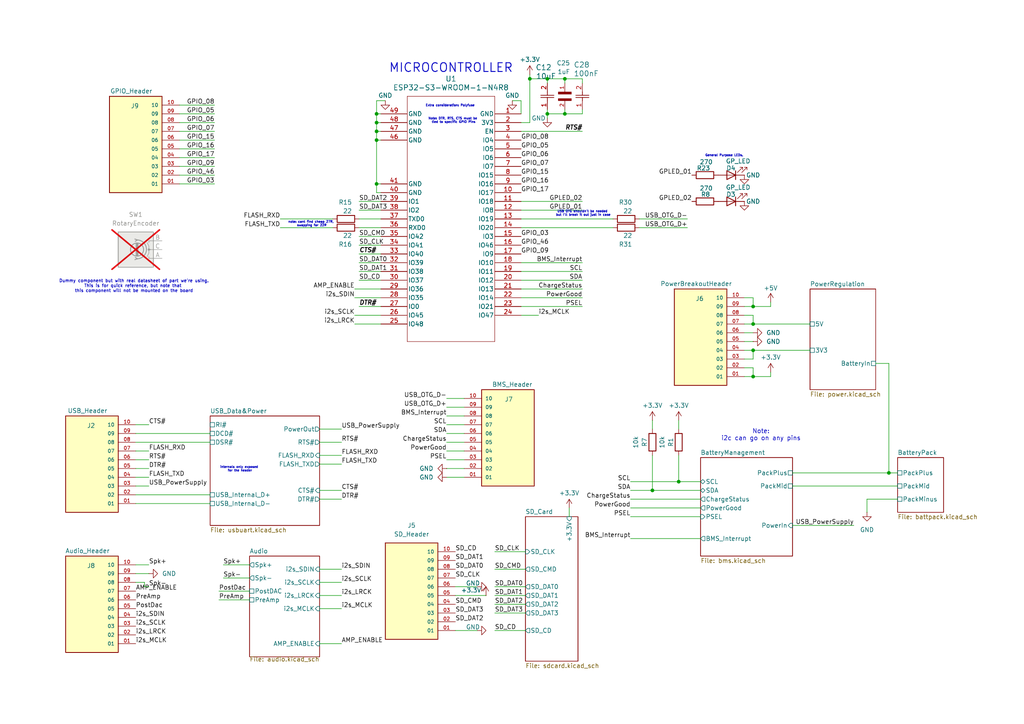
<source format=kicad_sch>
(kicad_sch (version 20250114) (generator "eeschema") (generator_version "9.0")
  (paper "A4")
  (title_block (title "GarBox") (date "2025-08-07") (rev "1.1") (company "Kurt Querengesser") (comment 1 "Designed for 2 series 18650 LiPo batteries, and a 4Ω speaker"))
  (lib_symbols
    (symbol "CL05B104KO5NNNC:CL05B104KO5NNNC" (pin_names (offset 0.254))
      (property "Reference" "C" (at 3.81 3.81 0))
      (property "Value" "CL05B104KO5NNNC" (at 3.81 -3.81 0))
      (symbol "CL05B104KO5NNNC_1_1"
        (polyline (pts (xy 2.54 0) (xy 3.4798 0)) (stroke (width 0.2032)))
        (polyline (pts (xy 3.4798 -1.905) (xy 3.4798 1.905)) (stroke (width 0.2032)))
        (polyline (pts (xy 4.1148 0) (xy 5.08 0)) (stroke (width 0.2032)))
        (polyline (pts (xy 4.1148 -1.905) (xy 4.1148 1.905)) (stroke (width 0.2032)))
        (pin unspecified line (at 0 0 0) (length 2.54) (name "") (number "1"))
        (pin unspecified line (at 7.62 0 180) (length 2.54) (name "") (number "2"))
      )
      (symbol "CL05B104KO5NNNC_1_2"
        (polyline (pts (xy -1.905 -3.4798) (xy 1.905 -3.4798)) (stroke (width 0.2032)))
        (polyline (pts (xy -1.905 -4.1148) (xy 1.905 -4.1148)) (stroke (width 0.2032)))
        (polyline (pts (xy 0 -2.54) (xy 0 -3.4798)) (stroke (width 0.2032)))
        (polyline (pts (xy 0 -4.1148) (xy 0 -5.08)) (stroke (width 0.2032)))
        (pin unspecified line (at 0 0 270) (length 2.54) (name "") (number "1"))
        (pin unspecified line (at 0 -7.62 90) (length 2.54) (name "") (number "2"))
      )
    )
    (symbol "CL31A106KBHNNNE:CL31A106KBHNNNE" (pin_names (offset 0.254))
      (property "Reference" "C" (at 3.81 3.81 0))
      (property "Value" "CL31A106KBHNNNE" (at 3.81 -3.81 0))
      (symbol "CL31A106KBHNNNE_1_1"
        (polyline (pts (xy 2.54 0) (xy 3.4798 0)) (stroke (width 0.2032)))
        (polyline (pts (xy 3.4798 -1.905) (xy 3.4798 1.905)) (stroke (width 0.2032)))
        (polyline (pts (xy 4.1148 0) (xy 5.08 0)) (stroke (width 0.2032)))
        (polyline (pts (xy 4.1148 -1.905) (xy 4.1148 1.905)) (stroke (width 0.2032)))
        (pin unspecified line (at 0 0 0) (length 2.54) (name "") (number "1"))
        (pin unspecified line (at 7.62 0 180) (length 2.54) (name "") (number "2"))
      )
      (symbol "CL31A106KBHNNNE_1_2"
        (polyline (pts (xy -1.905 -3.4798) (xy 1.905 -3.4798)) (stroke (width 0.2032)))
        (polyline (pts (xy -1.905 -4.1148) (xy 1.905 -4.1148)) (stroke (width 0.2032)))
        (polyline (pts (xy 0 -2.54) (xy 0 -3.4798)) (stroke (width 0.2032)))
        (polyline (pts (xy 0 -4.1148) (xy 0 -5.08)) (stroke (width 0.2032)))
        (pin unspecified line (at 0 0 270) (length 2.54) (name "") (number "1"))
        (pin unspecified line (at 0 -7.62 90) (length 2.54) (name "") (number "2"))
      )
    )
    (symbol "CL31B105KBHNNNE:CL31B105KBHNNNE" (pin_names (offset 1.016))
      (property "Reference" "C" (at 0 3.8109 0))
      (property "Value" "CL31B105KBHNNNE" (at 0 -5.0885 0))
      (symbol "CL31B105KBHNNNE_0_0"
        (rectangle (start 0 -1.9069) (end 0.635 1.905) (stroke (width 0.1)) (fill (type outline)))
        (rectangle (start 1.9069 -1.9069) (end 2.54 1.905) (stroke (width 0.1)) (fill (type outline)))
        (pin passive line (at -2.54 0 0) (length 2.54) (name "~") (number "1"))
        (pin passive line (at 5.08 0 180) (length 2.54) (name "~") (number "2"))
      )
    )
    (symbol "Device:LED" (pin_numbers (hide yes)) (pin_names (offset 1.016) (hide yes))
      (property "Reference" "D" (at 0 2.54 0))
      (property "Value" "LED" (at 0 -2.54 0))
      (symbol "LED_0_1"
        (polyline (pts (xy -3.048 -0.762) (xy -4.572 -2.286) (xy -3.81 -2.286) (xy -4.572 -2.286) (xy -4.572 -1.524)))
        (polyline (pts (xy -1.778 -0.762) (xy -3.302 -2.286) (xy -2.54 -2.286) (xy -3.302 -2.286) (xy -3.302 -1.524)))
        (polyline (pts (xy -1.27 0) (xy 1.27 0)))
        (polyline (pts (xy -1.27 -1.27) (xy -1.27 1.27)) (stroke (width 0.254)))
        (polyline (pts (xy 1.27 -1.27) (xy 1.27 1.27) (xy -1.27 0) (xy 1.27 -1.27)) (stroke (width 0.254)))
      )
      (symbol "LED_1_1"
        (pin passive line (at -3.81 0 0) (length 2.54) (name "K") (number "1"))
        (pin passive line (at 3.81 0 180) (length 2.54) (name "A") (number "2"))
      )
    )
    (symbol "Device:R" (pin_numbers (hide yes)) (pin_names (offset 0))
      (property "Reference" "R" (at 2.032 0 90))
      (property "Value" "R" (at 0 0 90))
      (symbol "R_0_1"
        (rectangle (start -1.016 -2.54) (end 1.016 2.54) (stroke (width 0.254)))
      )
      (symbol "R_1_1"
        (pin passive line (at 0 3.81 270) (length 1.27) (name "~") (number "1"))
        (pin passive line (at 0 -3.81 90) (length 1.27) (name "~") (number "2"))
      )
    )
    (symbol "Device:RotaryEncoder" (pin_names (offset 0.254) (hide yes))
      (property "Reference" "SW" (at 0 6.604 0))
      (property "Value" "RotaryEncoder" (at 0 -6.604 0))
      (symbol "RotaryEncoder_0_1"
        (rectangle (start -5.08 5.08) (end 5.08 -5.08) (stroke (width 0.254)) (fill (type background)))
        (polyline (pts (xy -5.08 2.54) (xy -3.81 2.54) (xy -3.81 2.032)))
        (polyline (pts (xy -5.08 0) (xy -3.81 0) (xy -3.81 -1.016) (xy -3.302 -2.032)))
        (polyline (pts (xy -5.08 -2.54) (xy -3.81 -2.54) (xy -3.81 -2.032)))
        (polyline (pts (xy -4.318 0) (xy -3.81 0) (xy -3.81 1.016) (xy -3.302 2.032)))
        (circle (center -3.81 0) (radius 0.254) (fill (type outline)))
        (polyline (pts (xy -0.635 -1.778) (xy -0.635 1.778)) (stroke (width 0.254)))
        (circle (center -0.381 0) (radius 1.905) (stroke (width 0.254)))
        (polyline (pts (xy -0.381 -1.778) (xy -0.381 1.778)) (stroke (width 0.254)))
        (arc (start -0.381 -2.794) (mid -3.0988 -0.0635) (end -0.381 2.667) (stroke (width 0.254)))
        (polyline (pts (xy -0.127 1.778) (xy -0.127 -1.778)) (stroke (width 0.254)))
        (polyline (pts (xy 0.254 2.921) (xy -0.508 2.667) (xy 0.127 2.286)) (stroke (width 0.254)))
        (polyline (pts (xy 0.254 -3.048) (xy -0.508 -2.794) (xy 0.127 -2.413)) (stroke (width 0.254)))
      )
      (symbol "RotaryEncoder_1_1"
        (pin passive line (at -7.62 2.54 0) (length 2.54) (name "A") (number "A"))
        (pin passive line (at -7.62 0 0) (length 2.54) (name "C") (number "C"))
        (pin passive line (at -7.62 -2.54 0) (length 2.54) (name "B") (number "B"))
      )
    )
    (symbol "ESP32-S3-WROOM-1-N4R8:ESP32-S3-WROOM-1-N4R8" (pin_names (offset 0.254))
      (property "Reference" "U" (at 20.32 10.16 0))
      (property "Value" "ESP32-S3-WROOM-1-N4R8" (at 20.32 7.62 0))
      (symbol "ESP32-S3-WROOM-1-N4R8_0_1"
        (polyline (pts (xy 7.62 5.08) (xy 7.62 -66.04)) (stroke (width 0.127)))
        (polyline (pts (xy 7.62 -66.04) (xy 33.02 -66.04)) (stroke (width 0.127)))
        (polyline (pts (xy 33.02 5.08) (xy 7.62 5.08)) (stroke (width 0.127)))
        (polyline (pts (xy 33.02 -66.04) (xy 33.02 5.08)) (stroke (width 0.127)))
        (pin power_out line (at 0 0 0) (length 7.62) (name "GND") (number "1"))
        (pin power_in line (at 0 -2.54 0) (length 7.62) (name "3V3") (number "2"))
        (pin input line (at 0 -5.08 0) (length 7.62) (name "EN") (number "3"))
        (pin bidirectional line (at 0 -7.62 0) (length 7.62) (name "IO4") (number "4"))
        (pin bidirectional line (at 0 -10.16 0) (length 7.62) (name "IO5") (number "5"))
        (pin bidirectional line (at 0 -12.7 0) (length 7.62) (name "IO6") (number "6"))
        (pin bidirectional line (at 0 -15.24 0) (length 7.62) (name "IO7") (number "7"))
        (pin bidirectional line (at 0 -17.78 0) (length 7.62) (name "IO15") (number "8"))
        (pin bidirectional line (at 0 -20.32 0) (length 7.62) (name "IO16") (number "9"))
        (pin bidirectional line (at 0 -22.86 0) (length 7.62) (name "IO17") (number "10"))
        (pin bidirectional line (at 0 -25.4 0) (length 7.62) (name "IO18") (number "11"))
        (pin bidirectional line (at 0 -27.94 0) (length 7.62) (name "IO8") (number "12"))
        (pin bidirectional line (at 0 -30.48 0) (length 7.62) (name "IO19") (number "13"))
        (pin bidirectional line (at 0 -33.02 0) (length 7.62) (name "IO20") (number "14"))
        (pin bidirectional line (at 0 -35.56 0) (length 7.62) (name "IO3") (number "15"))
        (pin bidirectional line (at 0 -38.1 0) (length 7.62) (name "IO46") (number "16"))
        (pin bidirectional line (at 0 -40.64 0) (length 7.62) (name "IO9") (number "17"))
        (pin bidirectional line (at 0 -43.18 0) (length 7.62) (name "IO10") (number "18"))
        (pin bidirectional line (at 0 -45.72 0) (length 7.62) (name "IO11") (number "19"))
        (pin bidirectional line (at 0 -48.26 0) (length 7.62) (name "IO12") (number "20"))
        (pin bidirectional line (at 0 -50.8 0) (length 7.62) (name "IO13") (number "21"))
        (pin bidirectional line (at 0 -53.34 0) (length 7.62) (name "IO14") (number "22"))
        (pin bidirectional line (at 0 -55.88 0) (length 7.62) (name "IO21") (number "23"))
        (pin bidirectional line (at 0 -58.42 0) (length 7.62) (name "IO47") (number "24"))
        (pin power_out line (at 40.64 0 180) (length 7.62) (name "GND") (number "49"))
        (pin power_out line (at 40.64 -2.54 180) (length 7.62) (name "GND") (number "48"))
        (pin power_out line (at 40.64 -5.08 180) (length 7.62) (name "GND") (number "47"))
        (pin power_out line (at 40.64 -7.62 180) (length 7.62) (name "GND") (number "46"))
        (pin power_out line (at 40.64 -20.32 180) (length 7.62) (name "GND") (number "41"))
        (pin power_out line (at 40.64 -22.86 180) (length 7.62) (name "GND") (number "40"))
        (pin bidirectional line (at 40.64 -25.4 180) (length 7.62) (name "IO1") (number "39"))
        (pin bidirectional line (at 40.64 -27.94 180) (length 7.62) (name "IO2") (number "38"))
        (pin bidirectional line (at 40.64 -30.48 180) (length 7.62) (name "TXD0") (number "37"))
        (pin bidirectional line (at 40.64 -33.02 180) (length 7.62) (name "RXD0") (number "36"))
        (pin bidirectional line (at 40.64 -35.56 180) (length 7.62) (name "IO42") (number "35"))
        (pin bidirectional line (at 40.64 -38.1 180) (length 7.62) (name "IO41") (number "34"))
        (pin bidirectional line (at 40.64 -40.64 180) (length 7.62) (name "IO40") (number "33"))
        (pin bidirectional line (at 40.64 -43.18 180) (length 7.62) (name "IO39") (number "32"))
        (pin bidirectional line (at 40.64 -45.72 180) (length 7.62) (name "IO38") (number "31"))
        (pin bidirectional line (at 40.64 -48.26 180) (length 7.62) (name "IO37") (number "30"))
        (pin bidirectional line (at 40.64 -50.8 180) (length 7.62) (name "IO36") (number "29"))
        (pin bidirectional line (at 40.64 -53.34 180) (length 7.62) (name "IO35") (number "28"))
        (pin bidirectional line (at 40.64 -55.88 180) (length 7.62) (name "IO0") (number "27"))
        (pin bidirectional line (at 40.64 -58.42 180) (length 7.62) (name "IO45") (number "26"))
        (pin bidirectional line (at 40.64 -60.96 180) (length 7.62) (name "IO48") (number "25"))
      )
    )
    (symbol "TS_110_G_A:TS-110-G-A" (pin_names (offset 1.016))
      (property "Reference" "J" (at -8.12 15.24 0))
      (property "Value" "TS-110-G-A" (at -7.62 -15.24 0))
      (symbol "TS-110-G-A_0_0"
        (rectangle (start -7.62 -12.7) (end 7.62 15.24) (stroke (width 0.254)) (fill (type background)))
        (pin passive line (at -12.7 12.7 0) (length 5.08) (name "01") (number "01"))
        (pin passive line (at -12.7 10.16 0) (length 5.08) (name "02") (number "02"))
        (pin passive line (at -12.7 7.62 0) (length 5.08) (name "03") (number "03"))
        (pin passive line (at -12.7 5.08 0) (length 5.08) (name "04") (number "04"))
        (pin passive line (at -12.7 2.54 0) (length 5.08) (name "05") (number "05"))
        (pin passive line (at -12.7 0 0) (length 5.08) (name "06") (number "06"))
        (pin passive line (at -12.7 -2.54 0) (length 5.08) (name "07") (number "07"))
        (pin passive line (at -12.7 -5.08 0) (length 5.08) (name "08") (number "08"))
        (pin passive line (at -12.7 -7.62 0) (length 5.08) (name "09") (number "09"))
        (pin passive line (at -12.7 -10.16 0) (length 5.08) (name "10") (number "10"))
      )
    )
    (symbol "power:+3.3V" (power) (pin_numbers (hide yes)) (pin_names (offset 0) (hide yes))
      (property "Value" "+3.3V" (at 0 3.556 0))
      (symbol "+3.3V_0_1"
        (polyline (pts (xy -0.762 1.27) (xy 0 2.54)))
        (polyline (pts (xy 0 2.54) (xy 0.762 1.27)))
        (polyline (pts (xy 0 0) (xy 0 2.54)))
      )
      (symbol "+3.3V_1_1"
        (pin power_in line (at 0 0 90) (length 0) (name "~") (number "1"))
      )
    )
    (symbol "power:+5V" (power) (pin_numbers (hide yes)) (pin_names (offset 0) (hide yes))
      (property "Value" "+5V" (at 0 3.556 0))
      (symbol "+5V_0_1"
        (polyline (pts (xy -0.762 1.27) (xy 0 2.54)))
        (polyline (pts (xy 0 2.54) (xy 0.762 1.27)))
        (polyline (pts (xy 0 0) (xy 0 2.54)))
      )
      (symbol "+5V_1_1"
        (pin power_in line (at 0 0 90) (length 0) (name "~") (number "1"))
      )
    )
    (symbol "power:GND" (power) (pin_numbers (hide yes)) (pin_names (offset 0) (hide yes))
      (property "Value" "GND" (at 0 -3.81 0))
      (symbol "GND_0_1"
        (polyline (pts (xy 0 0) (xy 0 -1.27) (xy 1.27 -1.27) (xy 0 -2.54) (xy -1.27 -1.27) (xy 0 -1.27)))
      )
      (symbol "GND_1_1"
        (pin power_in line (at 0 0 270) (length 0) (name "~") (number "1"))
      )
    )
  )
  (text "Note: DTR, RTS, CTS must be \ntied to specific GPIO Pins" (at 131.572 35.052 0) (effects (font (size 0.635 0.635))))
  (text "Extra consideration: Polyfuse" (at 130.556 30.734 0) (effects (font (size 0.635 0.635))))
  (text "internals only exposed \nfor the header" (at 69.596 136.144 0) (effects (font (size 0.635 0.635))))
  (text "note: cant find cheap 27R, \nswapping for 22R" (at 90.424 65.024 0) (effects (font (size 0.635 0.635))))
  (text "Dummy component but with real datasheet of part we're using.\nThis is for quick reference, but note that \nthis component will not be mounted on the board" (at 38.862 83.058 0) (effects (font (size 0.889 0.889))))
  (text "MICROCONTROLLER" (at 130.81 19.812 0) (effects (font (size 2.54 2.54) (thickness 0.254) (bold yes))))
  (text "Note:\ni2c can go on any pins" (at 220.726 126.238 0) (effects (font (size 1.27 1.27))))
  (text "USB OTG shouldn't be needed \nbut I'll break it out just in case" (at 169.164 61.976 0) (effects (font (size 0.635 0.635))))
  (text "General Purpose LEDs." (at 210.058 45.212 0) (effects (font (size 0.635 0.635))))
  (junction (at 109.22 40.64))
  (junction (at 109.22 38.1))
  (junction (at 158.75 33.02))
  (junction (at 163.83 22.86))
  (junction (at 218.44 88.9))
  (junction (at 218.44 93.98))
  (junction (at 109.22 33.02))
  (junction (at 153.67 22.86))
  (junction (at 189.23 142.24))
  (junction (at 196.85 139.7))
  (junction (at 158.75 22.86))
  (junction (at 109.22 53.34))
  (junction (at 163.83 33.02))
  (junction (at 257.81 137.16))
  (junction (at 218.44 109.22))
  (junction (at 109.22 35.56))
  (junction (at 218.44 101.6))
  (wire (pts (xy 163.83 22.86) (xy 168.91 22.86)))
  (wire (pts (xy 39.37 125.73) (xy 60.96 125.73)))
  (wire (pts (xy 177.8 63.5) (xy 151.13 63.5)))
  (wire (pts (xy 215.9 91.44) (xy 218.44 91.44)))
  (wire (pts (xy 196.85 132.08) (xy 196.85 139.7)))
  (wire (pts (xy 129.54 138.43) (xy 134.62 138.43)))
  (wire (pts (xy 138.43 182.88) (xy 132.08 182.88)))
  (wire (pts (xy 129.54 120.65) (xy 134.62 120.65)))
  (wire (pts (xy 143.51 170.18) (xy 152.4 170.18)))
  (wire (pts (xy 189.23 142.24) (xy 203.2 142.24)))
  (wire (pts (xy 151.13 60.96) (xy 168.91 60.96)))
  (wire (pts (xy 189.23 132.08) (xy 189.23 142.24)))
  (wire (pts (xy 109.22 53.34) (xy 110.49 53.34)))
  (wire (pts (xy 92.71 172.72) (xy 99.06 172.72)))
  (wire (pts (xy 218.44 88.9) (xy 215.9 88.9)))
  (wire (pts (xy 62.23 33.02) (xy 52.07 33.02)))
  (wire (pts (xy 43.18 138.43) (xy 39.37 138.43)))
  (wire (pts (xy 254 105.41) (xy 257.81 105.41)))
  (wire (pts (xy 92.71 176.53) (xy 99.06 176.53)))
  (wire (pts (xy 129.54 128.27) (xy 134.62 128.27)))
  (wire (pts (xy 158.75 33.02) (xy 163.83 33.02)))
  (wire (pts (xy 138.43 170.18) (xy 132.08 170.18)))
  (wire (pts (xy 247.65 152.4) (xy 229.87 152.4)))
  (wire (pts (xy 223.52 107.95) (xy 223.52 109.22)))
  (wire (pts (xy 109.22 55.88) (xy 109.22 53.34)))
  (wire (pts (xy 63.5 173.99) (xy 72.39 173.99)))
  (wire (pts (xy 62.23 30.48) (xy 52.07 30.48)))
  (wire (pts (xy 109.22 29.21) (xy 109.22 33.02)))
  (wire (pts (xy 218.44 101.6) (xy 234.95 101.6)))
  (wire (pts (xy 218.44 106.68) (xy 215.9 106.68)))
  (wire (pts (xy 109.22 33.02) (xy 109.22 35.56)))
  (wire (pts (xy 129.54 123.19) (xy 134.62 123.19)))
  (wire (pts (xy 92.71 132.08) (xy 99.06 132.08)))
  (wire (pts (xy 129.54 135.89) (xy 134.62 135.89)))
  (wire (pts (xy 62.23 45.72) (xy 52.07 45.72)))
  (wire (pts (xy 129.54 133.35) (xy 134.62 133.35)))
  (wire (pts (xy 151.13 29.21) (xy 151.13 33.02)))
  (wire (pts (xy 81.28 63.5) (xy 96.52 63.5)))
  (wire (pts (xy 62.23 50.8) (xy 52.07 50.8)))
  (wire (pts (xy 158.75 22.86) (xy 163.83 22.86)))
  (wire (pts (xy 153.67 21.59) (xy 153.67 22.86)))
  (wire (pts (xy 39.37 146.05) (xy 60.96 146.05)))
  (wire (pts (xy 43.18 163.83) (xy 39.37 163.83)))
  (wire (pts (xy 218.44 99.06) (xy 215.9 99.06)))
  (wire (pts (xy 92.71 124.46) (xy 99.06 124.46)))
  (wire (pts (xy 92.71 168.91) (xy 99.06 168.91)))
  (wire (pts (xy 151.13 86.36) (xy 168.91 86.36)))
  (wire (pts (xy 215.9 101.6) (xy 218.44 101.6)))
  (wire (pts (xy 62.23 53.34) (xy 52.07 53.34)))
  (wire (pts (xy 102.87 83.82) (xy 110.49 83.82)))
  (wire (pts (xy 129.54 125.73) (xy 134.62 125.73)))
  (wire (pts (xy 151.13 76.2) (xy 168.91 76.2)))
  (wire (pts (xy 109.22 38.1) (xy 109.22 40.64)))
  (wire (pts (xy 163.83 33.02) (xy 168.91 33.02)))
  (wire (pts (xy 168.91 24.13) (xy 168.91 22.86)))
  (wire (pts (xy 92.71 144.78) (xy 99.06 144.78)))
  (wire (pts (xy 163.83 33.02) (xy 163.83 31.75)))
  (wire (pts (xy 102.87 93.98) (xy 110.49 93.98)))
  (wire (pts (xy 168.91 31.75) (xy 168.91 33.02)))
  (wire (pts (xy 185.42 63.5) (xy 199.39 63.5)))
  (wire (pts (xy 182.88 147.32) (xy 203.2 147.32)))
  (wire (pts (xy 168.91 88.9) (xy 151.13 88.9)))
  (wire (pts (xy 92.71 186.69) (xy 99.06 186.69)))
  (wire (pts (xy 41.91 170.18) (xy 41.91 168.91)))
  (wire (pts (xy 182.88 144.78) (xy 203.2 144.78)))
  (wire (pts (xy 110.49 35.56) (xy 109.22 35.56)))
  (wire (pts (xy 153.67 22.86) (xy 158.75 22.86)))
  (wire (pts (xy 43.18 170.18) (xy 41.91 170.18)))
  (wire (pts (xy 111.76 29.21) (xy 109.22 29.21)))
  (wire (pts (xy 43.18 130.81) (xy 39.37 130.81)))
  (wire (pts (xy 43.18 123.19) (xy 39.37 123.19)))
  (wire (pts (xy 229.87 137.16) (xy 257.81 137.16)))
  (wire (pts (xy 43.18 135.89) (xy 39.37 135.89)))
  (wire (pts (xy 104.14 68.58) (xy 110.49 68.58)))
  (wire (pts (xy 62.23 35.56) (xy 52.07 35.56)))
  (wire (pts (xy 62.23 40.64) (xy 52.07 40.64)))
  (wire (pts (xy 92.71 165.1) (xy 99.06 165.1)))
  (wire (pts (xy 257.81 137.16) (xy 260.35 137.16)))
  (wire (pts (xy 92.71 128.27) (xy 99.06 128.27)))
  (wire (pts (xy 196.85 139.7) (xy 203.2 139.7)))
  (wire (pts (xy 143.51 175.26) (xy 152.4 175.26)))
  (wire (pts (xy 104.14 71.12) (xy 110.49 71.12)))
  (wire (pts (xy 158.75 31.75) (xy 158.75 33.02)))
  (wire (pts (xy 63.5 171.45) (xy 72.39 171.45)))
  (wire (pts (xy 148.59 29.21) (xy 151.13 29.21)))
  (wire (pts (xy 163.83 22.86) (xy 163.83 24.13)))
  (wire (pts (xy 109.22 40.64) (xy 110.49 40.64)))
  (wire (pts (xy 223.52 88.9) (xy 218.44 88.9)))
  (wire (pts (xy 158.75 22.86) (xy 158.75 24.13)))
  (wire (pts (xy 153.67 35.56) (xy 151.13 35.56)))
  (wire (pts (xy 182.88 139.7) (xy 196.85 139.7)))
  (wire (pts (xy 102.87 86.36) (xy 110.49 86.36)))
  (wire (pts (xy 104.14 66.04) (xy 110.49 66.04)))
  (wire (pts (xy 189.23 121.92) (xy 189.23 124.46)))
  (wire (pts (xy 156.21 91.44) (xy 151.13 91.44)))
  (wire (pts (xy 251.46 144.78) (xy 260.35 144.78)))
  (wire (pts (xy 104.14 58.42) (xy 110.49 58.42)))
  (wire (pts (xy 151.13 58.42) (xy 168.91 58.42)))
  (wire (pts (xy 218.44 109.22) (xy 218.44 106.68)))
  (wire (pts (xy 153.67 22.86) (xy 153.67 35.56)))
  (wire (pts (xy 218.44 104.14) (xy 218.44 101.6)))
  (wire (pts (xy 223.52 109.22) (xy 218.44 109.22)))
  (wire (pts (xy 143.51 165.1) (xy 152.4 165.1)))
  (wire (pts (xy 43.18 133.35) (xy 39.37 133.35)))
  (wire (pts (xy 62.23 48.26) (xy 52.07 48.26)))
  (wire (pts (xy 143.51 160.02) (xy 152.4 160.02)))
  (wire (pts (xy 215.9 104.14) (xy 218.44 104.14)))
  (wire (pts (xy 185.42 66.04) (xy 199.39 66.04)))
  (wire (pts (xy 110.49 38.1) (xy 109.22 38.1)))
  (wire (pts (xy 151.13 81.28) (xy 168.91 81.28)))
  (wire (pts (xy 104.14 78.74) (xy 110.49 78.74)))
  (wire (pts (xy 182.88 156.21) (xy 203.2 156.21)))
  (wire (pts (xy 104.14 88.9) (xy 110.49 88.9)))
  (wire (pts (xy 109.22 40.64) (xy 109.22 53.34)))
  (wire (pts (xy 158.75 34.29) (xy 158.75 33.02)))
  (wire (pts (xy 143.51 182.88) (xy 152.4 182.88)))
  (wire (pts (xy 92.71 134.62) (xy 99.06 134.62)))
  (wire (pts (xy 104.14 81.28) (xy 110.49 81.28)))
  (wire (pts (xy 64.77 167.64) (xy 72.39 167.64)))
  (wire (pts (xy 109.22 35.56) (xy 109.22 38.1)))
  (wire (pts (xy 218.44 93.98) (xy 234.95 93.98)))
  (wire (pts (xy 129.54 118.11) (xy 134.62 118.11)))
  (wire (pts (xy 39.37 143.51) (xy 60.96 143.51)))
  (wire (pts (xy 143.51 177.8) (xy 152.4 177.8)))
  (wire (pts (xy 182.88 142.24) (xy 189.23 142.24)))
  (wire (pts (xy 165.1 147.32) (xy 165.1 149.86)))
  (wire (pts (xy 168.91 38.1) (xy 151.13 38.1)))
  (wire (pts (xy 229.87 140.97) (xy 260.35 140.97)))
  (wire (pts (xy 129.54 115.57) (xy 134.62 115.57)))
  (wire (pts (xy 62.23 38.1) (xy 52.07 38.1)))
  (wire (pts (xy 151.13 78.74) (xy 168.91 78.74)))
  (wire (pts (xy 251.46 148.59) (xy 251.46 144.78)))
  (wire (pts (xy 102.87 91.44) (xy 110.49 91.44)))
  (wire (pts (xy 218.44 86.36) (xy 218.44 88.9)))
  (wire (pts (xy 104.14 76.2) (xy 110.49 76.2)))
  (wire (pts (xy 39.37 128.27) (xy 60.96 128.27)))
  (wire (pts (xy 215.9 109.22) (xy 218.44 109.22)))
  (wire (pts (xy 41.91 168.91) (xy 39.37 168.91)))
  (wire (pts (xy 196.85 121.92) (xy 196.85 124.46)))
  (wire (pts (xy 110.49 55.88) (xy 109.22 55.88)))
  (wire (pts (xy 177.8 66.04) (xy 151.13 66.04)))
  (wire (pts (xy 132.08 172.72) (xy 140.97 172.72)))
  (wire (pts (xy 81.28 66.04) (xy 96.52 66.04)))
  (wire (pts (xy 43.18 140.97) (xy 39.37 140.97)))
  (wire (pts (xy 104.14 60.96) (xy 110.49 60.96)))
  (wire (pts (xy 215.9 93.98) (xy 218.44 93.98)))
  (wire (pts (xy 151.13 83.82) (xy 168.91 83.82)))
  (wire (pts (xy 143.51 172.72) (xy 152.4 172.72)))
  (wire (pts (xy 104.14 73.66) (xy 110.49 73.66)))
  (wire (pts (xy 110.49 33.02) (xy 109.22 33.02)))
  (wire (pts (xy 257.81 105.41) (xy 257.81 137.16)))
  (wire (pts (xy 110.49 63.5) (xy 104.14 63.5)))
  (wire (pts (xy 218.44 96.52) (xy 215.9 96.52)))
  (wire (pts (xy 129.54 130.81) (xy 134.62 130.81)))
  (wire (pts (xy 92.71 142.24) (xy 99.06 142.24)))
  (wire (pts (xy 62.23 43.18) (xy 52.07 43.18)))
  (wire (pts (xy 43.18 166.37) (xy 39.37 166.37)))
  (wire (pts (xy 182.88 149.86) (xy 203.2 149.86)))
  (wire (pts (xy 215.9 86.36) (xy 218.44 86.36)))
  (wire (pts (xy 64.77 163.83) (xy 72.39 163.83)))
  (wire (pts (xy 218.44 91.44) (xy 218.44 93.98)))
  (wire (pts (xy 223.52 87.63) (xy 223.52 88.9)))
  (label "USB_PowerSupply" (at 99.06 124.46 0))
  (label "SD_CD" (at 143.51 182.88 0))
  (label "i2s_SCLK" (at 39.37 181.61 0))
  (label "i2s_LRCK" (at 99.06 172.72 0))
  (label "SCL" (at 182.88 139.7 180))
  (label "PreAmp" (at 63.5 173.99 0))
  (label "SD_DAT0" (at 104.14 76.2 0))
  (label "Spk-" (at 43.18 170.18 0))
  (label "RTS#" (at 99.06 128.27 0))
  (label "GPIO_06" (at 62.23 35.56 180))
  (label "GPIO_09" (at 151.13 73.66 0))
  (label "PostDac" (at 39.37 176.53 0))
  (label "FLASH_RXD" (at 81.28 63.5 180))
  (label "Spk+" (at 43.18 163.83 0))
  (label "FLASH_RXD" (at 99.06 132.08 0))
  (label "DTR#" (at 104.14 88.9 0) (effects (font (thickness 0.254) (bold yes) (italic yes))))
  (label "FLASH_TXD" (at 81.28 66.04 180))
  (label "SCL" (at 129.54 123.19 180))
  (label "GPIO_05" (at 62.23 33.02 180))
  (label "GPIO_07" (at 62.23 38.1 180))
  (label "i2s_MCLK" (at 99.06 176.53 0))
  (label "SD_CMD" (at 132.08 175.26 0))
  (label "GPIO_06" (at 151.13 45.72 0))
  (label "GPIO_17" (at 62.23 45.72 180))
  (label "GPLED_01" (at 168.91 60.96 180))
  (label "USB_OTG_D+" (at 199.39 66.04 180))
  (label "Spk-" (at 64.77 167.64 0))
  (label "i2s_LRCK" (at 39.37 184.15 0))
  (label "GPIO_08" (at 151.13 40.64 0))
  (label "SD_DAT3" (at 143.51 177.8 0))
  (label "SD_DAT2" (at 143.51 175.26 0))
  (label "SD_DAT1" (at 104.14 78.74 0))
  (label "GPLED_01" (at 200.66 50.8 180))
  (label "GPIO_17" (at 151.13 55.88 0))
  (label "SD_DAT1" (at 132.08 162.56 0))
  (label "i2s_SCLK" (at 102.87 91.44 180))
  (label "FLASH_RXD" (at 43.18 130.81 0))
  (label "ChargeStatus" (at 168.91 83.82 180))
  (label "PSEL" (at 168.91 88.9 180))
  (label "USB_PowerSupply" (at 247.65 152.4 180))
  (label "GPIO_16" (at 151.13 53.34 0))
  (label "SD_CLK" (at 143.51 160.02 0))
  (label "i2s_MCLK" (at 156.21 91.44 0))
  (label "SD_DAT1" (at 143.51 172.72 0))
  (label "SD_CD" (at 104.14 81.28 0))
  (label "SDA" (at 182.88 142.24 180))
  (label "GPIO_03" (at 62.23 53.34 180))
  (label "i2s_MCLK" (at 39.37 186.69 0))
  (label "i2s_SDIN" (at 102.87 86.36 180))
  (label "GPIO_15" (at 62.23 40.64 180))
  (label "i2s_SCLK" (at 99.06 168.91 0))
  (label "DTR#" (at 43.18 135.89 0))
  (label "PSEL" (at 182.88 149.86 180))
  (label "USB_OTG_D+" (at 129.54 118.11 180))
  (label "USB_OTG_D-" (at 129.54 115.57 180))
  (label "i2s_SDIN" (at 39.37 179.07 0))
  (label "SD_CLK" (at 104.14 71.12 0))
  (label "SD_CMD" (at 104.14 68.58 0))
  (label "SD_CD" (at 132.08 160.02 0))
  (label "GPIO_15" (at 151.13 50.8 0))
  (label "SD_DAT0" (at 143.51 170.18 0))
  (label "GPIO_07" (at 151.13 48.26 0))
  (label "GPIO_16" (at 62.23 43.18 180))
  (label "i2s_LRCK" (at 102.87 93.98 180))
  (label "PostDac" (at 63.5 171.45 0))
  (label "SDA" (at 168.91 81.28 180))
  (label "GPLED_02" (at 168.91 58.42 180))
  (label "RTS#" (at 168.91 38.1 180) (effects (font (thickness 0.254) (bold yes) (italic yes))))
  (label "SD_DAT2" (at 132.08 180.34 0))
  (label "GPIO_46" (at 62.23 50.8 180))
  (label "RTS#" (at 43.18 133.35 0))
  (label "GPIO_08" (at 62.23 30.48 180))
  (label "PowerGood" (at 168.91 86.36 180))
  (label "SD_DAT3" (at 104.14 60.96 0))
  (label "SDA" (at 129.54 125.73 180))
  (label "GPIO_46" (at 151.13 71.12 0))
  (label "GPLED_02" (at 200.66 58.42 180))
  (label "SD_CLK" (at 132.08 167.64 0))
  (label "GPIO_05" (at 151.13 43.18 0))
  (label "CTS#" (at 43.18 123.19 0))
  (label "CTS#" (at 99.06 142.24 0))
  (label "BMS_Interrupt" (at 168.91 76.2 180))
  (label "SCL" (at 168.91 78.74 180))
  (label "BMS_Interrupt" (at 129.54 120.65 180))
  (label "PowerGood" (at 129.54 130.81 180))
  (label "SD_DAT3" (at 132.08 177.8 0))
  (label "SD_DAT0" (at 132.08 165.1 0))
  (label "SD_CMD" (at 143.51 165.1 0))
  (label "USB_OTG_D-" (at 199.39 63.5 180))
  (label "BMS_Interrupt" (at 182.88 156.21 180))
  (label "i2s_SDIN" (at 99.06 165.1 0))
  (label "CTS#" (at 104.14 73.66 0) (effects (font (thickness 0.254) (bold yes) (italic yes))))
  (label "PSEL" (at 129.54 133.35 180))
  (label "AMP_ENABLE" (at 102.87 83.82 180))
  (label "AMP_ENABLE" (at 99.06 186.69 0))
  (label "Spk+" (at 64.77 163.83 0))
  (label "FLASH_TXD" (at 43.18 138.43 0))
  (label "FLASH_TXD" (at 99.06 134.62 0))
  (label "ChargeStatus" (at 129.54 128.27 180))
  (label "GPIO_03" (at 151.13 68.58 0))
  (label "PreAmp" (at 39.37 173.99 0))
  (label "AMP_ENABLE" (at 39.37 171.45 0))
  (label "DTR#" (at 99.06 144.78 0))
  (label "SD_DAT2" (at 104.14 58.42 0))
  (label "ChargeStatus" (at 182.88 144.78 180))
  (label "USB_PowerSupply" (at 43.18 140.97 0))
  (label "PowerGood" (at 182.88 147.32 180))
  (label "GPIO_09" (at 62.23 48.26 180))
  (symbol (lib_id "power:GND") (at 129.54 135.89 270) (unit 1)
    (property "Reference" "#PWR058" (effects (hide yes)))
    (property "Value" "GND" (at 125.73 135.8899 90) (effects (justify right)))
    (property "Description" "Power symbol creates a global label with name \"GND\" , ground" (effects (hide yes)))
  )
  (symbol (lib_id "power:GND") (at 43.18 166.37 90) (mirror x) (unit 1)
    (property "Reference" "#PWR056" (effects (hide yes)))
    (property "Value" "GND" (at 46.99 166.3699 90) (effects (justify right)))
    (property "Description" "Power symbol creates a global label with name \"GND\" , ground" (effects (hide yes)))
  )
  (symbol (lib_id "power:GND") (at 215.9 50.8 0) (unit 1)
    (property "Reference" "#PWR029" (effects (hide yes)))
    (property "Value" "GND" (at 218.44 50.8 0))
    (property "Description" "Power symbol creates a global label with name \"GND\" , ground" (effects (hide yes)))
  )
  (symbol (lib_id "TS_110_G_A:TS-110-G-A") (at 26.67 173.99 180) (unit 1)
    (property "Reference" "J8" (at 26.416 164.084 0))
    (property "Value" "Audio_Header" (at 25.4 159.766 0))
    (property "Footprint" "TS_110_G_A:SAMTEC_TS-110-G-A" (effects (hide yes)))
    (property "Datasheet" "https://suddendocs.samtec.com/catalog_english/td.pdf" (effects (hide yes)))
    (property "Description" "TS-110-G-A" (effects (hide yes)))
    (property "PARTREV" "R" (effects (hide yes)))
    (property "STANDARD" "Manufacturer Recommendations" (effects (hide yes)))
    (property "MANUFACTURER" "Samtec" (effects (hide yes)))
  )
  (symbol (lib_id "TS_110_G_A:TS-110-G-A") (at 26.67 133.35 180) (unit 1)
    (property "Reference" "J2" (at 26.416 123.444 0))
    (property "Value" "USB_Header" (at 25.4 119.126 0))
    (property "Footprint" "TS_110_G_A:SAMTEC_TS-110-G-A" (effects (hide yes)))
    (property "Datasheet" "https://suddendocs.samtec.com/catalog_english/td.pdf" (effects (hide yes)))
    (property "Description" "TS-110-G-A" (effects (hide yes)))
    (property "PARTREV" "R" (effects (hide yes)))
    (property "STANDARD" "Manufacturer Recommendations" (effects (hide yes)))
    (property "MANUFACTURER" "Samtec" (effects (hide yes)))
  )
  (symbol (lib_id "power:GND") (at 129.54 138.43 270) (unit 1)
    (property "Reference" "#PWR059" (effects (hide yes)))
    (property "Value" "GND" (at 125.73 138.4299 90) (effects (justify right)))
    (property "Description" "Power symbol creates a global label with name \"GND\" , ground" (effects (hide yes)))
  )
  (symbol (lib_id "Device:R") (at 181.61 63.5 90) (mirror x) (unit 1)
    (property "Reference" "R30" (at 183.388 58.674 90) (effects (justify left)))
    (property "Value" "22" (at 183.388 61.214 90) (effects (justify left)))
    (property "Footprint" "Resistor_SMD:R_0201_0603Metric" (effects (hide yes)))
    (property "Description" "0603WAF220JT5E" (effects (hide yes)))
  )
  (symbol (lib_id "TS_110_G_A:TS-110-G-A") (at 203.2 96.52 180) (unit 1)
    (property "Reference" "J6" (at 202.946 86.614 0))
    (property "Value" "PowerBreakoutHeader" (at 201.93 82.296 0))
    (property "Footprint" "TS_110_G_A:SAMTEC_TS-110-G-A" (effects (hide yes)))
    (property "Datasheet" "https://suddendocs.samtec.com/catalog_english/td.pdf" (effects (hide yes)))
    (property "Description" "TS-110-G-A" (effects (hide yes)))
    (property "PARTREV" "R" (effects (hide yes)))
    (property "STANDARD" "Manufacturer Recommendations" (effects (hide yes)))
    (property "MANUFACTURER" "Samtec" (effects (hide yes)))
  )
  (symbol (lib_id "CL31B105KBHNNNE:CL31B105KBHNNNE") (at 163.83 26.67 90) (mirror x) (unit 1)
    (property "Reference" "C25" (at 165.354 18.288 90) (effects (justify left)))
    (property "Value" "1uF" (at 165.354 20.828 90) (effects (justify left)))
    (property "Footprint" "CL31B105KBHNNNE:CAPC3216X180N" (effects (hide yes)))
    (property "Description" "CL31B105KBHNNNE" (effects (hide yes)))
    (property "E_max" "1.8" (effects (hide yes)))
    (property "L_max" "0.8" (effects (hide yes)))
    (property "A_max" "1.8" (effects (hide yes)))
    (property "L1_nom" "0.5" (effects (hide yes)))
    (property "D_max" "3.4" (effects (hide yes)))
    (property "A_nom" "1.8" (effects (hide yes)))
    (property "L1_max" "0.8" (effects (hide yes)))
    (property "L1_min" "0.2" (effects (hide yes)))
    (property "A_min" "1.8" (effects (hide yes)))
    (property "E_min" "1.4" (effects (hide yes)))
    (property "D_min" "3.0" (effects (hide yes)))
    (property "D_nom" "3.2" (effects (hide yes)))
    (property "E_nom" "1.6" (effects (hide yes)))
    (property "STANDARD" "IPC 7351B" (effects (hide yes)))
    (property "L_min" "0.2" (effects (hide yes)))
    (property "L_nom" "0.5" (effects (hide yes)))
    (property "MANUFACTURER" "Samsung Electro-Mechanics" (effects (hide yes)))
  )
  (symbol (lib_id "TS_110_G_A:TS-110-G-A") (at 147.32 125.73 0) (mirror x) (unit 1)
    (property "Reference" "J7" (at 147.574 115.824 0))
    (property "Value" "BMS_Header" (at 148.59 111.506 0))
    (property "Footprint" "TS_110_G_A:SAMTEC_TS-110-G-A" (effects (hide yes)))
    (property "Datasheet" "https://suddendocs.samtec.com/catalog_english/td.pdf" (effects (hide yes)))
    (property "Description" "TS-110-G-A" (effects (hide yes)))
    (property "PARTREV" "R" (effects (hide yes)))
    (property "STANDARD" "Manufacturer Recommendations" (effects (hide yes)))
    (property "MANUFACTURER" "Samtec" (effects (hide yes)))
  )
  (symbol (lib_id "power:+3.3V") (at 223.52 107.95 0) (mirror y) (unit 1)
    (property "Reference" "#PWR019" (effects (hide yes)))
    (property "Value" "+3.3V" (at 223.52 103.632 0))
    (property "Description" "Power symbol creates a global label with name \"+3.3V\"" (effects (hide yes)))
  )
  (symbol (lib_id "Device:R") (at 100.33 66.04 90) (unit 1)
    (property "Reference" "R16" (at 102.108 70.866 90) (effects (justify left)))
    (property "Value" "22" (at 102.108 68.326 90) (effects (justify left)))
    (property "Footprint" "Resistor_SMD:R_0201_0603Metric" (effects (hide yes)))
    (property "Description" "0603WAF220JT5E" (effects (hide yes)))
  )
  (symbol (lib_id "Device:R") (at 204.47 50.8 90) (unit 1)
    (property "Reference" "R23" (at 205.994 48.768 90) (effects (justify left)))
    (property "Value" "270" (at 206.756 46.99 90) (effects (justify left)))
    (property "Footprint" "Resistor_SMD:R_0201_0603Metric" (effects (hide yes)))
    (property "Description" "0603WAF2700T5E" (effects (hide yes)))
  )
  (symbol (lib_id "Device:R") (at 181.61 66.04 90) (unit 1)
    (property "Reference" "R31" (at 183.388 70.866 90) (effects (justify left)))
    (property "Value" "22" (at 183.388 68.326 90) (effects (justify left)))
    (property "Footprint" "Resistor_SMD:R_0201_0603Metric" (effects (hide yes)))
    (property "Description" "0603WAF220JT5E" (effects (hide yes)))
  )
  (symbol (lib_id "Device:RotaryEncoder") (at 39.37 72.39 180) (unit 1) (exclude_from_sim yes) (on_board no) (dnp yes)
    (property "Reference" "SW1" (at 39.37 62.23 0))
    (property "Value" "RotaryEncoder" (at 39.37 64.77 0))
    (property "Footprint" "Rotary_Encoder:RotaryEncoder_Bourns_Horizontal_PEC09-2xxxF-Nxxxx" (effects (hide yes)))
    (property "Datasheet" "https://www.bourns.com/docs/Product-Datasheets/PEC11R.pdf" (effects (hide yes)))
    (property "Description" "Rotary encoder, dual channel, incremental quadrate outputs" (effects (hide yes)))
  )
  (symbol (lib_id "Device:R") (at 189.23 128.27 0) (unit 1)
    (property "Reference" "R7" (at 186.944 128.27 90))
    (property "Value" "10k" (at 184.404 128.27 90))
    (property "Footprint" "Resistor_SMD:R_0201_0603Metric" (effects (hide yes)))
    (property "Description" "0603WAF1002T5E" (effects (hide yes)))
  )
  (symbol (lib_id "power:+3.3V") (at 140.97 172.72 0) (mirror y) (unit 1)
    (property "Reference" "#PWR057" (effects (hide yes)))
    (property "Value" "+3.3V" (at 136.652 171.196 0))
    (property "Description" "Power symbol creates a global label with name \"+3.3V\"" (effects (hide yes)))
  )
  (symbol (lib_id "TS_110_G_A:TS-110-G-A") (at 119.38 170.18 180) (unit 1)
    (property "Reference" "J5" (at 119.38 152.4 0))
    (property "Value" "SD_Header" (at 119.38 154.94 0))
    (property "Footprint" "TS_110_G_A:SAMTEC_TS-110-G-A" (effects (hide yes)))
    (property "Datasheet" "https://suddendocs.samtec.com/catalog_english/td.pdf" (effects (hide yes)))
    (property "Description" "TS-110-G-A" (effects (hide yes)))
    (property "PARTREV" "R" (effects (hide yes)))
    (property "STANDARD" "Manufacturer Recommendations" (effects (hide yes)))
    (property "MANUFACTURER" "Samtec" (effects (hide yes)))
  )
  (symbol (lib_id "power:GND") (at 138.43 182.88 90) (mirror x) (unit 1)
    (property "Reference" "#PWR061" (effects (hide yes)))
    (property "Value" "GND" (at 135.128 181.864 90) (effects (justify right)))
    (property "Description" "Power symbol creates a global label with name \"GND\" , ground" (effects (hide yes)))
  )
  (symbol (lib_id "Device:LED") (at 212.09 50.8 180) (unit 1)
    (property "Reference" "D4" (at 213.36 48.768 0) (effects (justify left)))
    (property "Value" "GP_LED" (at 217.678 46.736 0) (effects (justify left)))
    (property "Footprint" "LED_SMD:LED_0201_0603Metric" (effects (hide yes)))
    (property "Datasheet" "https://jlcpcb.com/api/file/downloadByFileSystemAccessId/8550723991833485312" (effects (hide yes)))
    (property "Description" "Light emitting diode" (effects (hide yes)))
    (property "Sim.Pins" "1=K 2=A" (effects (hide yes)))
  )
  (symbol (lib_id "power:GND") (at 111.76 29.21 0) (mirror y) (unit 1)
    (property "Reference" "#PWR022" (effects (hide yes)))
    (property "Value" "GND" (at 111.76 27.686 0))
    (property "Description" "Power symbol creates a global label with name \"GND\" , ground" (effects (hide yes)))
  )
  (symbol (lib_id "power:+3.3V") (at 196.85 121.92 0) (mirror y) (unit 1)
    (property "Reference" "#PWR015" (effects (hide yes)))
    (property "Value" "+3.3V" (at 196.85 117.602 0))
    (property "Description" "Power symbol creates a global label with name \"+3.3V\"" (effects (hide yes)))
  )
  (symbol (lib_id "power:GND") (at 158.75 34.29 0) (mirror y) (unit 1)
    (property "Reference" "#PWR04" (effects (hide yes)))
    (property "Value" "GND" (at 156.21 34.29 0))
    (property "Description" "Power symbol creates a global label with name \"GND\" , ground" (effects (hide yes)))
  )
  (symbol (lib_id "power:GND") (at 138.43 170.18 90) (mirror x) (unit 1)
    (property "Reference" "#PWR060" (effects (hide yes)))
    (property "Value" "GND" (at 135.128 169.164 90) (effects (justify right)))
    (property "Description" "Power symbol creates a global label with name \"GND\" , ground" (effects (hide yes)))
  )
  (symbol (lib_id "power:+3.3V") (at 165.1 147.32 0) (mirror y) (unit 1)
    (property "Reference" "#PWR049" (effects (hide yes)))
    (property "Value" "+3.3V" (at 165.1 143.002 0))
    (property "Description" "Power symbol creates a global label with name \"+3.3V\"" (effects (hide yes)))
  )
  (symbol (lib_id "power:GND") (at 218.44 99.06 90) (unit 1)
    (property "Reference" "#PWR053" (effects (hide yes)))
    (property "Value" "GND" (at 222.25 99.0599 90) (effects (justify right)))
    (property "Description" "Power symbol creates a global label with name \"GND\" , ground" (effects (hide yes)))
  )
  (symbol (lib_id "TS_110_G_A:TS-110-G-A") (at 39.37 40.64 180) (unit 1)
    (property "Reference" "J9" (at 39.116 30.734 0))
    (property "Value" "GPIO_Header" (at 38.1 26.416 0))
    (property "Footprint" "TS_110_G_A:SAMTEC_TS-110-G-A" (effects (hide yes)))
    (property "Datasheet" "https://suddendocs.samtec.com/catalog_english/td.pdf" (effects (hide yes)))
    (property "Description" "TS-110-G-A" (effects (hide yes)))
    (property "PARTREV" "R" (effects (hide yes)))
    (property "STANDARD" "Manufacturer Recommendations" (effects (hide yes)))
    (property "MANUFACTURER" "Samtec" (effects (hide yes)))
  )
  (symbol (lib_id "CL31A106KBHNNNE:CL31A106KBHNNNE") (at 158.75 31.75 270) (mirror x) (unit 1)
    (property "Reference" "C12" (at 160.02 19.558 90) (effects (font (size 1.524 1.524)) (justify right)))
    (property "Value" "10uF" (at 161.29 22.098 90) (effects (font (size 1.524 1.524)) (justify right)))
    (property "Footprint" "CL31A106KBHNNNE:CAP_CL31_SAM" (effects (hide yes)))
    (property "Datasheet" "CL31A106KBHNNNE" (effects (hide yes)))
    (property "Description" "CL31A106KBHNNNE" (effects (hide yes)))
  )
  (symbol (lib_id "CL05B104KO5NNNC:CL05B104KO5NNNC") (at 168.91 31.75 90) (unit 1)
    (property "Reference" "C28" (at 166.37 18.796 90) (effects (font (size 1.524 1.524)) (justify right)))
    (property "Value" "100nF" (at 166.37 21.336 90) (effects (font (size 1.524 1.524)) (justify right)))
    (property "Footprint" "CL05B224KO5NNNC:CAPC1005X55N" (effects (hide yes)))
    (property "Datasheet" "CL05B104KO5NNNC" (effects (hide yes)))
    (property "Description" "CL05B104KO5NNNC" (effects (hide yes)))
  )
  (symbol (lib_id "power:+3.3V") (at 189.23 121.92 0) (mirror y) (unit 1)
    (property "Reference" "#PWR016" (effects (hide yes)))
    (property "Value" "+3.3V" (at 189.23 117.602 0))
    (property "Description" "Power symbol creates a global label with name \"+3.3V\"" (effects (hide yes)))
  )
  (symbol (lib_id "power:GND") (at 251.46 148.59 0) (unit 1)
    (property "Reference" "#PWR014" (effects (hide yes)))
    (property "Value" "GND" (at 251.46 153.67 0))
    (property "Description" "Power symbol creates a global label with name \"GND\" , ground" (effects (hide yes)))
  )
  (symbol (lib_id "Device:R") (at 100.33 63.5 90) (mirror x) (unit 1)
    (property "Reference" "R15" (at 102.108 58.674 90) (effects (justify left)))
    (property "Value" "22" (at 102.108 61.214 90) (effects (justify left)))
    (property "Footprint" "Resistor_SMD:R_0201_0603Metric" (effects (hide yes)))
    (property "Description" "0603WAF220JT5E" (effects (hide yes)))
  )
  (symbol (lib_id "power:+5V") (at 223.52 87.63 0) (unit 1)
    (property "Reference" "#PWR020" (effects (hide yes)))
    (property "Value" "+5V" (at 223.52 83.566 0))
    (property "Description" "Power symbol creates a global label with name \"+5V\"" (effects (hide yes)))
  )
  (symbol (lib_id "power:GND") (at 215.9 58.42 0) (unit 1)
    (property "Reference" "#PWR036" (effects (hide yes)))
    (property "Value" "GND" (at 218.44 58.42 0))
    (property "Description" "Power symbol creates a global label with name \"GND\" , ground" (effects (hide yes)))
  )
  (symbol (lib_id "ESP32-S3-WROOM-1-N4R8:ESP32-S3-WROOM-1-N4R8") (at 151.13 33.02 0) (mirror y) (unit 1)
    (property "Reference" "U1" (at 130.81 22.86 0) (effects (font (size 1.524 1.524))))
    (property "Value" "ESP32-S3-WROOM-1-N4R8" (at 130.81 25.4 0) (effects (font (size 1.524 1.524))))
    (property "Footprint" "ESP32_S3_WROOM_1_N4R8:ESP32-S3-WROOM-1_EXP" (effects (hide yes)))
    (property "Datasheet" "https://www.espressif.com/sites/default/files/documentation/esp32-s3-wroom-1_wroom-1u_datasheet_en.pdf" (effects (hide yes)))
    (property "Description" "Microcontroller ESP32" (effects (hide yes)))
  )
  (symbol (lib_id "power:GND") (at 148.59 29.21 0) (mirror y) (unit 1)
    (property "Reference" "#PWR021" (effects (hide yes)))
    (property "Value" "GND" (at 148.59 27.686 0))
    (property "Description" "Power symbol creates a global label with name \"GND\" , ground" (effects (hide yes)))
  )
  (symbol (lib_id "Device:R") (at 196.85 128.27 0) (unit 1)
    (property "Reference" "R1" (at 194.564 128.27 90))
    (property "Value" "10k" (at 192.024 128.27 90))
    (property "Footprint" "Resistor_SMD:R_0201_0603Metric" (effects (hide yes)))
    (property "Description" "0603WAF1002T5E" (effects (hide yes)))
  )
  (symbol (lib_id "Device:R") (at 204.47 58.42 90) (unit 1)
    (property "Reference" "R8" (at 205.994 56.388 90) (effects (justify left)))
    (property "Value" "270" (at 206.756 54.61 90) (effects (justify left)))
    (property "Footprint" "Resistor_SMD:R_0201_0603Metric" (effects (hide yes)))
    (property "Description" "0603WAF2700T5E" (effects (hide yes)))
  )
  (symbol (lib_id "Device:LED") (at 212.09 58.42 180) (unit 1)
    (property "Reference" "D3" (at 213.36 56.388 0) (effects (justify left)))
    (property "Value" "GP_LED" (at 217.678 54.356 0) (effects (justify left)))
    (property "Footprint" "LED_SMD:LED_0201_0603Metric" (effects (hide yes)))
    (property "Datasheet" "https://jlcpcb.com/api/file/downloadByFileSystemAccessId/8550723991833485312" (effects (hide yes)))
    (property "Description" "Light emitting diode" (effects (hide yes)))
    (property "Sim.Pins" "1=K 2=A" (effects (hide yes)))
  )
  (symbol (lib_id "power:GND") (at 218.44 96.52 90) (unit 1)
    (property "Reference" "#PWR052" (effects (hide yes)))
    (property "Value" "GND" (at 222.25 96.5199 90) (effects (justify right)))
    (property "Description" "Power symbol creates a global label with name \"GND\" , ground" (effects (hide yes)))
  )
  (symbol (lib_id "power:+3.3V") (at 153.67 21.59 0) (mirror y) (unit 1)
    (property "Reference" "#PWR023" (effects (hide yes)))
    (property "Value" "+3.3V" (at 153.67 17.272 0))
    (property "Description" "Power symbol creates a global label with name \"+3.3V\"" (effects (hide yes)))
  )
  (sheet (at 152.4 149.86) (size 15.24 41.91) (stroke (width 0.1524))
    (property "Sheetname" "SD_Card" (at 152.4 149.1484 0) (effects (justify left bottom)))
    (property "Sheetfile" "sdcard.kicad_sch" (at 152.4 192.3546 0) (effects (justify left top)))
    (pin "+3.3V" input (at 165.1 149.86 90))
    (pin "SD_CD" output (at 152.4 182.88 180))
    (pin "SD_CLK" input (at 152.4 160.02 180))
    (pin "SD_CMD" output (at 152.4 165.1 180))
    (pin "SD_DAT0" output (at 152.4 170.18 180))
    (pin "SD_DAT1" output (at 152.4 172.72 180))
    (pin "SD_DAT2" output (at 152.4 175.26 180))
    (pin "SD_DAT3" output (at 152.4 177.8 180))
  )
  (sheet (at 260.35 132.715) (size 13.335 15.875) (stroke (width 0.1524))
    (property "Sheetname" "BatteryPack" (at 260.35 132.0034 0) (effects (justify left bottom)))
    (property "Sheetfile" "battpack.kicad_sch" (at 260.35 149.1746 0) (effects (justify left top)))
    (pin "PackPlus" passive (at 260.35 137.16 180))
    (pin "PackMid" passive (at 260.35 140.97 180))
    (pin "PackMinus" passive (at 260.35 144.78 180))
  )
  (sheet (at 72.39 161.29) (size 20.32 29.21) (stroke (width 0.1524))
    (property "Sheetname" "Audio" (at 72.39 160.5784 0) (effects (justify left bottom)))
    (property "Sheetfile" "audio.kicad_sch" (at 72.39 190.4496 0) (effects (justify left top)))
    (pin "i2s_SDIN" input (at 92.71 165.1 0))
    (pin "i2s_MCLK" input (at 92.71 176.53 0))
    (pin "AMP_ENABLE" input (at 92.71 186.69 0))
    (pin "i2s_SCLK" input (at 92.71 168.91 0))
    (pin "i2s_LRCK" input (at 92.71 172.72 0))
    (pin "Spk-" output (at 72.39 167.64 180))
    (pin "Spk+" output (at 72.39 163.83 180))
    (pin "PostDAC" passive (at 72.39 171.45 180))
    (pin "PreAmp" passive (at 72.39 173.99 180))
  )
  (sheet (at 203.2 132.715) (size 26.67 28.575) (stroke (width 0.1524))
    (property "Sheetname" "BatteryManagement" (at 203.2 132.0034 0) (effects (justify left bottom)))
    (property "Sheetfile" "bms.kicad_sch" (at 203.2 161.8746 0) (effects (justify left top)))
    (pin "PowerGood" output (at 203.2 147.32 180))
    (pin "PackMid" passive (at 229.87 140.97 0))
    (pin "SCL" bidirectional (at 203.2 139.7 180))
    (pin "BMS_Interrupt" output (at 203.2 156.21 180))
    (pin "SDA" bidirectional (at 203.2 142.24 180))
    (pin "PackPlus" passive (at 229.87 137.16 0))
    (pin "ChargeStatus" output (at 203.2 144.78 180))
    (pin "PowerIn" input (at 229.87 152.4 0))
    (pin "PSEL" input (at 203.2 149.86 180))
  )
  (sheet (at 234.95 83.82) (size 19.05 29.21) (stroke (width 0.1524))
    (property "Sheetname" "PowerRegulation" (at 234.95 83.1084 0) (effects (justify left bottom)))
    (property "Sheetfile" "power.kicad_sch" (at 234.95 113.6146 0) (effects (justify left top)))
    (pin "3V3" passive (at 234.95 101.6 180))
    (pin "BatteryIn" passive (at 254 105.41 0))
    (pin "5V" passive (at 234.95 93.98 180))
  )
  (sheet (at 60.96 120.65) (size 31.75 31.75) (stroke (width 0.1524))
    (property "Sheetname" "USB_Data&Power" (at 60.96 119.9384 0) (effects (justify left bottom)))
    (property "Sheetfile" "usbuart.kicad_sch" (at 60.96 152.9846 0) (effects (justify left top)))
    (pin "CTS#" input (at 92.71 142.24 0))
    (pin "RTS#" output (at 92.71 128.27 0))
    (pin "FLASH_TXD" output (at 92.71 134.62 0))
    (pin "FLASH_RXD" input (at 92.71 132.08 0))
    (pin "DTR#" output (at 92.71 144.78 0))
    (pin "PowerOut" output (at 92.71 124.46 0))
    (pin "USB_Internal_D+" passive (at 60.96 143.51 180))
    (pin "USB_Internal_D-" passive (at 60.96 146.05 180))
    (pin "DCD#" passive (at 60.96 125.73 180))
    (pin "DSR#" passive (at 60.96 128.27 180))
    (pin "RI#" passive (at 60.96 123.19 180))
  )
)
</source>
